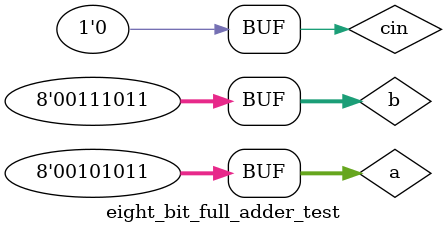
<source format=v>
`timescale 1ns / 1ps

module eight_bit_full_adder_test();

    reg [7:0] a;
    reg [7:0] b;
    reg cin;
    
    wire [7:0] sum;
    wire carout;
    
    eigth_bit_full_adder uut(a,b,cin,sum,carout);
    
    initial begin
    
        a = 8'b00011101; b=8'b00000101; cin=1'b0;   #10;
        a = 8'b00110011; b=8'b01011100; cin=1'b0;   #10;
        a = 8'b00010001; b=8'b00011100; cin=1'b0;   #10;
        a = 8'b10111111; b=8'b00000010; cin=1'b0;   #10;
        a = 8'b11001000; b=8'b01011111; cin=1'b0;   #10;
        a = 8'b00110001; b=8'b00011001; cin=1'b0;   #10;
        a = 8'b01001110; b=8'b11111111; cin=1'b0;   #10;
        a = 8'b00101011; b=8'b00111011; cin=1'b0;   #10;
    
    end
    
endmodule

</source>
